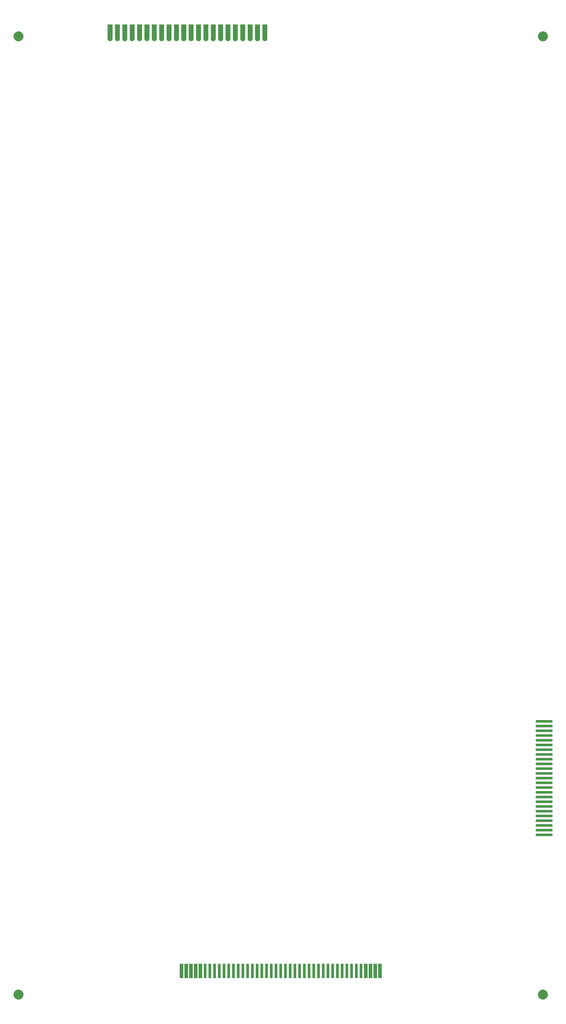
<source format=gbr>
G04 #@! TF.GenerationSoftware,KiCad,Pcbnew,(5.1.5)-3*
G04 #@! TF.CreationDate,2021-05-26T21:19:59-06:00*
G04 #@! TF.ProjectId,star_wars_arcade_main_pcb,73746172-5f77-4617-9273-5f6172636164,rev?*
G04 #@! TF.SameCoordinates,Original*
G04 #@! TF.FileFunction,Soldermask,Top*
G04 #@! TF.FilePolarity,Negative*
%FSLAX46Y46*%
G04 Gerber Fmt 4.6, Leading zero omitted, Abs format (unit mm)*
G04 Created by KiCad (PCBNEW (5.1.5)-3) date 2021-05-26 21:19:59*
%MOMM*%
%LPD*%
G04 APERTURE LIST*
%ADD10C,0.100000*%
G04 APERTURE END LIST*
D10*
G36*
X311924288Y-551167510D02*
G01*
X312407376Y-551367612D01*
X312407377Y-551367613D01*
X312842145Y-551658115D01*
X313211885Y-552027855D01*
X313405992Y-552318358D01*
X313502388Y-552462624D01*
X313702490Y-552945712D01*
X313804500Y-553458553D01*
X313804500Y-553981447D01*
X313702490Y-554494288D01*
X313502388Y-554977376D01*
X313502387Y-554977377D01*
X313211885Y-555412145D01*
X312842145Y-555781885D01*
X312551642Y-555975992D01*
X312407376Y-556072388D01*
X311924288Y-556272490D01*
X311411447Y-556374500D01*
X310888553Y-556374500D01*
X310375712Y-556272490D01*
X309892624Y-556072388D01*
X309748358Y-555975992D01*
X309457855Y-555781885D01*
X309088115Y-555412145D01*
X308797613Y-554977377D01*
X308797612Y-554977376D01*
X308597510Y-554494288D01*
X308495500Y-553981447D01*
X308495500Y-553458553D01*
X308597510Y-552945712D01*
X308797612Y-552462624D01*
X308894008Y-552318358D01*
X309088115Y-552027855D01*
X309457855Y-551658115D01*
X309892623Y-551367613D01*
X309892624Y-551367612D01*
X310375712Y-551167510D01*
X310888553Y-551065500D01*
X311411447Y-551065500D01*
X311924288Y-551167510D01*
G37*
G36*
X29984288Y-551167510D02*
G01*
X30467376Y-551367612D01*
X30467377Y-551367613D01*
X30902145Y-551658115D01*
X31271885Y-552027855D01*
X31465992Y-552318358D01*
X31562388Y-552462624D01*
X31762490Y-552945712D01*
X31864500Y-553458553D01*
X31864500Y-553981447D01*
X31762490Y-554494288D01*
X31562388Y-554977376D01*
X31562387Y-554977377D01*
X31271885Y-555412145D01*
X30902145Y-555781885D01*
X30611642Y-555975992D01*
X30467376Y-556072388D01*
X29984288Y-556272490D01*
X29471447Y-556374500D01*
X28948553Y-556374500D01*
X28435712Y-556272490D01*
X27952624Y-556072388D01*
X27808358Y-555975992D01*
X27517855Y-555781885D01*
X27148115Y-555412145D01*
X26857613Y-554977377D01*
X26857612Y-554977376D01*
X26657510Y-554494288D01*
X26555500Y-553981447D01*
X26555500Y-553458553D01*
X26657510Y-552945712D01*
X26857612Y-552462624D01*
X26954008Y-552318358D01*
X27148115Y-552027855D01*
X27517855Y-551658115D01*
X27952623Y-551367613D01*
X27952624Y-551367612D01*
X28435712Y-551167510D01*
X28948553Y-551065500D01*
X29471447Y-551065500D01*
X29984288Y-551167510D01*
G37*
G36*
X145466000Y-544881000D02*
G01*
X144094000Y-544881000D01*
X144094000Y-537159000D01*
X145466000Y-537159000D01*
X145466000Y-544881000D01*
G37*
G36*
X148006000Y-544881000D02*
G01*
X146634000Y-544881000D01*
X146634000Y-537159000D01*
X148006000Y-537159000D01*
X148006000Y-544881000D01*
G37*
G36*
X122860000Y-544881000D02*
G01*
X120980000Y-544881000D01*
X120980000Y-537159000D01*
X122860000Y-537159000D01*
X122860000Y-544881000D01*
G37*
G36*
X125400000Y-544881000D02*
G01*
X123520000Y-544881000D01*
X123520000Y-537159000D01*
X125400000Y-537159000D01*
X125400000Y-544881000D01*
G37*
G36*
X127940000Y-544881000D02*
G01*
X126060000Y-544881000D01*
X126060000Y-537159000D01*
X127940000Y-537159000D01*
X127940000Y-544881000D01*
G37*
G36*
X130226000Y-544881000D02*
G01*
X128854000Y-544881000D01*
X128854000Y-537159000D01*
X130226000Y-537159000D01*
X130226000Y-544881000D01*
G37*
G36*
X132766000Y-544881000D02*
G01*
X131394000Y-544881000D01*
X131394000Y-537159000D01*
X132766000Y-537159000D01*
X132766000Y-544881000D01*
G37*
G36*
X135306000Y-544881000D02*
G01*
X133934000Y-544881000D01*
X133934000Y-537159000D01*
X135306000Y-537159000D01*
X135306000Y-544881000D01*
G37*
G36*
X137846000Y-544881000D02*
G01*
X136474000Y-544881000D01*
X136474000Y-537159000D01*
X137846000Y-537159000D01*
X137846000Y-544881000D01*
G37*
G36*
X140386000Y-544881000D02*
G01*
X139014000Y-544881000D01*
X139014000Y-537159000D01*
X140386000Y-537159000D01*
X140386000Y-544881000D01*
G37*
G36*
X142926000Y-544881000D02*
G01*
X141554000Y-544881000D01*
X141554000Y-537159000D01*
X142926000Y-537159000D01*
X142926000Y-544881000D01*
G37*
G36*
X178486000Y-544881000D02*
G01*
X177114000Y-544881000D01*
X177114000Y-537159000D01*
X178486000Y-537159000D01*
X178486000Y-544881000D01*
G37*
G36*
X173406000Y-544881000D02*
G01*
X172034000Y-544881000D01*
X172034000Y-537159000D01*
X173406000Y-537159000D01*
X173406000Y-544881000D01*
G37*
G36*
X150546000Y-544881000D02*
G01*
X149174000Y-544881000D01*
X149174000Y-537159000D01*
X150546000Y-537159000D01*
X150546000Y-544881000D01*
G37*
G36*
X153086000Y-544881000D02*
G01*
X151714000Y-544881000D01*
X151714000Y-537159000D01*
X153086000Y-537159000D01*
X153086000Y-544881000D01*
G37*
G36*
X155626000Y-544881000D02*
G01*
X154254000Y-544881000D01*
X154254000Y-537159000D01*
X155626000Y-537159000D01*
X155626000Y-544881000D01*
G37*
G36*
X158166000Y-544881000D02*
G01*
X156794000Y-544881000D01*
X156794000Y-537159000D01*
X158166000Y-537159000D01*
X158166000Y-544881000D01*
G37*
G36*
X160706000Y-544881000D02*
G01*
X159334000Y-544881000D01*
X159334000Y-537159000D01*
X160706000Y-537159000D01*
X160706000Y-544881000D01*
G37*
G36*
X163246000Y-544881000D02*
G01*
X161874000Y-544881000D01*
X161874000Y-537159000D01*
X163246000Y-537159000D01*
X163246000Y-544881000D01*
G37*
G36*
X165786000Y-544881000D02*
G01*
X164414000Y-544881000D01*
X164414000Y-537159000D01*
X165786000Y-537159000D01*
X165786000Y-544881000D01*
G37*
G36*
X168326000Y-544881000D02*
G01*
X166954000Y-544881000D01*
X166954000Y-537159000D01*
X168326000Y-537159000D01*
X168326000Y-544881000D01*
G37*
G36*
X170866000Y-544881000D02*
G01*
X169494000Y-544881000D01*
X169494000Y-537159000D01*
X170866000Y-537159000D01*
X170866000Y-544881000D01*
G37*
G36*
X117780000Y-544881000D02*
G01*
X115900000Y-544881000D01*
X115900000Y-537159000D01*
X117780000Y-537159000D01*
X117780000Y-544881000D01*
G37*
G36*
X183566000Y-544881000D02*
G01*
X182194000Y-544881000D01*
X182194000Y-537159000D01*
X183566000Y-537159000D01*
X183566000Y-544881000D01*
G37*
G36*
X206426000Y-544881000D02*
G01*
X205054000Y-544881000D01*
X205054000Y-537159000D01*
X206426000Y-537159000D01*
X206426000Y-544881000D01*
G37*
G36*
X203886000Y-544881000D02*
G01*
X202514000Y-544881000D01*
X202514000Y-537159000D01*
X203886000Y-537159000D01*
X203886000Y-544881000D01*
G37*
G36*
X201346000Y-544881000D02*
G01*
X199974000Y-544881000D01*
X199974000Y-537159000D01*
X201346000Y-537159000D01*
X201346000Y-544881000D01*
G37*
G36*
X198806000Y-544881000D02*
G01*
X197434000Y-544881000D01*
X197434000Y-537159000D01*
X198806000Y-537159000D01*
X198806000Y-544881000D01*
G37*
G36*
X196266000Y-544881000D02*
G01*
X194894000Y-544881000D01*
X194894000Y-537159000D01*
X196266000Y-537159000D01*
X196266000Y-544881000D01*
G37*
G36*
X193726000Y-544881000D02*
G01*
X192354000Y-544881000D01*
X192354000Y-537159000D01*
X193726000Y-537159000D01*
X193726000Y-544881000D01*
G37*
G36*
X191186000Y-544881000D02*
G01*
X189814000Y-544881000D01*
X189814000Y-537159000D01*
X191186000Y-537159000D01*
X191186000Y-544881000D01*
G37*
G36*
X188646000Y-544881000D02*
G01*
X187274000Y-544881000D01*
X187274000Y-537159000D01*
X188646000Y-537159000D01*
X188646000Y-544881000D01*
G37*
G36*
X186106000Y-544881000D02*
G01*
X184734000Y-544881000D01*
X184734000Y-537159000D01*
X186106000Y-537159000D01*
X186106000Y-544881000D01*
G37*
G36*
X175946000Y-544881000D02*
G01*
X174574000Y-544881000D01*
X174574000Y-537159000D01*
X175946000Y-537159000D01*
X175946000Y-544881000D01*
G37*
G36*
X181026000Y-544881000D02*
G01*
X179654000Y-544881000D01*
X179654000Y-537159000D01*
X181026000Y-537159000D01*
X181026000Y-544881000D01*
G37*
G36*
X208966000Y-544881000D02*
G01*
X207594000Y-544881000D01*
X207594000Y-537159000D01*
X208966000Y-537159000D01*
X208966000Y-544881000D01*
G37*
G36*
X211506000Y-544881000D02*
G01*
X210134000Y-544881000D01*
X210134000Y-537159000D01*
X211506000Y-537159000D01*
X211506000Y-544881000D01*
G37*
G36*
X214046000Y-544881000D02*
G01*
X212674000Y-544881000D01*
X212674000Y-537159000D01*
X214046000Y-537159000D01*
X214046000Y-544881000D01*
G37*
G36*
X216840000Y-544881000D02*
G01*
X214960000Y-544881000D01*
X214960000Y-537159000D01*
X216840000Y-537159000D01*
X216840000Y-544881000D01*
G37*
G36*
X219380000Y-544881000D02*
G01*
X217500000Y-544881000D01*
X217500000Y-537159000D01*
X219380000Y-537159000D01*
X219380000Y-544881000D01*
G37*
G36*
X221920000Y-544881000D02*
G01*
X220040000Y-544881000D01*
X220040000Y-537159000D01*
X221920000Y-537159000D01*
X221920000Y-544881000D01*
G37*
G36*
X224460000Y-544881000D02*
G01*
X222580000Y-544881000D01*
X222580000Y-537159000D01*
X224460000Y-537159000D01*
X224460000Y-544881000D01*
G37*
G36*
X120320000Y-544881000D02*
G01*
X118440000Y-544881000D01*
X118440000Y-537159000D01*
X120320000Y-537159000D01*
X120320000Y-544881000D01*
G37*
G36*
X316281000Y-468681000D02*
G01*
X307289000Y-468681000D01*
X307289000Y-467309000D01*
X316281000Y-467309000D01*
X316281000Y-468681000D01*
G37*
G36*
X316281000Y-466141000D02*
G01*
X307289000Y-466141000D01*
X307289000Y-464769000D01*
X316281000Y-464769000D01*
X316281000Y-466141000D01*
G37*
G36*
X316281000Y-463601000D02*
G01*
X307289000Y-463601000D01*
X307289000Y-462229000D01*
X316281000Y-462229000D01*
X316281000Y-463601000D01*
G37*
G36*
X316281000Y-461061000D02*
G01*
X307289000Y-461061000D01*
X307289000Y-459689000D01*
X316281000Y-459689000D01*
X316281000Y-461061000D01*
G37*
G36*
X316281000Y-458521000D02*
G01*
X307289000Y-458521000D01*
X307289000Y-457149000D01*
X316281000Y-457149000D01*
X316281000Y-458521000D01*
G37*
G36*
X316281000Y-455981000D02*
G01*
X307289000Y-455981000D01*
X307289000Y-454609000D01*
X316281000Y-454609000D01*
X316281000Y-455981000D01*
G37*
G36*
X316281000Y-453441000D02*
G01*
X307289000Y-453441000D01*
X307289000Y-452069000D01*
X316281000Y-452069000D01*
X316281000Y-453441000D01*
G37*
G36*
X316281000Y-450901000D02*
G01*
X307289000Y-450901000D01*
X307289000Y-449529000D01*
X316281000Y-449529000D01*
X316281000Y-450901000D01*
G37*
G36*
X316281000Y-448361000D02*
G01*
X307289000Y-448361000D01*
X307289000Y-446989000D01*
X316281000Y-446989000D01*
X316281000Y-448361000D01*
G37*
G36*
X316281000Y-445821000D02*
G01*
X307289000Y-445821000D01*
X307289000Y-444449000D01*
X316281000Y-444449000D01*
X316281000Y-445821000D01*
G37*
G36*
X316281000Y-443281000D02*
G01*
X307289000Y-443281000D01*
X307289000Y-441909000D01*
X316281000Y-441909000D01*
X316281000Y-443281000D01*
G37*
G36*
X316281000Y-440741000D02*
G01*
X307289000Y-440741000D01*
X307289000Y-439369000D01*
X316281000Y-439369000D01*
X316281000Y-440741000D01*
G37*
G36*
X316281000Y-438201000D02*
G01*
X307289000Y-438201000D01*
X307289000Y-436829000D01*
X316281000Y-436829000D01*
X316281000Y-438201000D01*
G37*
G36*
X316281000Y-435661000D02*
G01*
X307289000Y-435661000D01*
X307289000Y-434289000D01*
X316281000Y-434289000D01*
X316281000Y-435661000D01*
G37*
G36*
X316281000Y-433121000D02*
G01*
X307289000Y-433121000D01*
X307289000Y-431749000D01*
X316281000Y-431749000D01*
X316281000Y-433121000D01*
G37*
G36*
X316281000Y-430581000D02*
G01*
X307289000Y-430581000D01*
X307289000Y-429209000D01*
X316281000Y-429209000D01*
X316281000Y-430581000D01*
G37*
G36*
X316281000Y-428041000D02*
G01*
X307289000Y-428041000D01*
X307289000Y-426669000D01*
X316281000Y-426669000D01*
X316281000Y-428041000D01*
G37*
G36*
X316281000Y-425501000D02*
G01*
X307289000Y-425501000D01*
X307289000Y-424129000D01*
X316281000Y-424129000D01*
X316281000Y-425501000D01*
G37*
G36*
X316281000Y-422961000D02*
G01*
X307289000Y-422961000D01*
X307289000Y-421589000D01*
X316281000Y-421589000D01*
X316281000Y-422961000D01*
G37*
G36*
X316281000Y-420421000D02*
G01*
X307289000Y-420421000D01*
X307289000Y-419049000D01*
X316281000Y-419049000D01*
X316281000Y-420421000D01*
G37*
G36*
X316281000Y-417881000D02*
G01*
X307289000Y-417881000D01*
X307289000Y-416509000D01*
X316281000Y-416509000D01*
X316281000Y-417881000D01*
G37*
G36*
X316281000Y-415341000D02*
G01*
X307289000Y-415341000D01*
X307289000Y-413969000D01*
X316281000Y-413969000D01*
X316281000Y-415341000D01*
G37*
G36*
X316281000Y-412801000D02*
G01*
X307289000Y-412801000D01*
X307289000Y-411429000D01*
X316281000Y-411429000D01*
X316281000Y-412801000D01*
G37*
G36*
X316281000Y-410261000D02*
G01*
X307289000Y-410261000D01*
X307289000Y-408889000D01*
X316281000Y-408889000D01*
X316281000Y-410261000D01*
G37*
G36*
X316281000Y-407721000D02*
G01*
X307289000Y-407721000D01*
X307289000Y-406349000D01*
X316281000Y-406349000D01*
X316281000Y-407721000D01*
G37*
G36*
X29984288Y-36817510D02*
G01*
X30467376Y-37017612D01*
X30467377Y-37017613D01*
X30902145Y-37308115D01*
X31271885Y-37677855D01*
X31465992Y-37968358D01*
X31562388Y-38112624D01*
X31762490Y-38595712D01*
X31864500Y-39108553D01*
X31864500Y-39631447D01*
X31762490Y-40144288D01*
X31562388Y-40627376D01*
X31562387Y-40627377D01*
X31271885Y-41062145D01*
X30902145Y-41431885D01*
X30611642Y-41625992D01*
X30467376Y-41722388D01*
X29984288Y-41922490D01*
X29471447Y-42024500D01*
X28948553Y-42024500D01*
X28435712Y-41922490D01*
X27952624Y-41722388D01*
X27808358Y-41625992D01*
X27517855Y-41431885D01*
X27148115Y-41062145D01*
X26857613Y-40627377D01*
X26857612Y-40627376D01*
X26657510Y-40144288D01*
X26555500Y-39631447D01*
X26555500Y-39108553D01*
X26657510Y-38595712D01*
X26857612Y-38112624D01*
X26954008Y-37968358D01*
X27148115Y-37677855D01*
X27517855Y-37308115D01*
X27952623Y-37017613D01*
X27952624Y-37017612D01*
X28435712Y-36817510D01*
X28948553Y-36715500D01*
X29471447Y-36715500D01*
X29984288Y-36817510D01*
G37*
G36*
X311924288Y-36817510D02*
G01*
X312407376Y-37017612D01*
X312407377Y-37017613D01*
X312842145Y-37308115D01*
X313211885Y-37677855D01*
X313405992Y-37968358D01*
X313502388Y-38112624D01*
X313702490Y-38595712D01*
X313804500Y-39108553D01*
X313804500Y-39631447D01*
X313702490Y-40144288D01*
X313502388Y-40627376D01*
X313502387Y-40627377D01*
X313211885Y-41062145D01*
X312842145Y-41431885D01*
X312551642Y-41625992D01*
X312407376Y-41722388D01*
X311924288Y-41922490D01*
X311411447Y-42024500D01*
X310888553Y-42024500D01*
X310375712Y-41922490D01*
X309892624Y-41722388D01*
X309748358Y-41625992D01*
X309457855Y-41431885D01*
X309088115Y-41062145D01*
X308797613Y-40627377D01*
X308797612Y-40627376D01*
X308597510Y-40144288D01*
X308495500Y-39631447D01*
X308495500Y-39108553D01*
X308597510Y-38595712D01*
X308797612Y-38112624D01*
X308894008Y-37968358D01*
X309088115Y-37677855D01*
X309457855Y-37308115D01*
X309892623Y-37017613D01*
X309892624Y-37017612D01*
X310375712Y-36817510D01*
X310888553Y-36715500D01*
X311411447Y-36715500D01*
X311924288Y-36817510D01*
G37*
G36*
X131267400Y-40777510D02*
G01*
X131263123Y-40791611D01*
X131216635Y-41025322D01*
X131201382Y-41062145D01*
X131117056Y-41265727D01*
X131117055Y-41265728D01*
X130972488Y-41482089D01*
X130788489Y-41666088D01*
X130643921Y-41762685D01*
X130572127Y-41810656D01*
X130472548Y-41851903D01*
X130331722Y-41910235D01*
X130204115Y-41935617D01*
X130076509Y-41961000D01*
X129816291Y-41961000D01*
X129688685Y-41935617D01*
X129561078Y-41910235D01*
X129420252Y-41851903D01*
X129320673Y-41810656D01*
X129248879Y-41762685D01*
X129104311Y-41666088D01*
X128920312Y-41482089D01*
X128775745Y-41265728D01*
X128775744Y-41265727D01*
X128691418Y-41062145D01*
X128676165Y-41025322D01*
X128629677Y-40791611D01*
X128625400Y-40777510D01*
X128625400Y-32969000D01*
X131267400Y-32969000D01*
X131267400Y-40777510D01*
G37*
G36*
X119380200Y-40777510D02*
G01*
X119375923Y-40791611D01*
X119329435Y-41025322D01*
X119314182Y-41062145D01*
X119229856Y-41265727D01*
X119229855Y-41265728D01*
X119085288Y-41482089D01*
X118901289Y-41666088D01*
X118756721Y-41762685D01*
X118684927Y-41810656D01*
X118585348Y-41851903D01*
X118444522Y-41910235D01*
X118316915Y-41935617D01*
X118189309Y-41961000D01*
X117929091Y-41961000D01*
X117801485Y-41935617D01*
X117673878Y-41910235D01*
X117533052Y-41851903D01*
X117433473Y-41810656D01*
X117361679Y-41762685D01*
X117217111Y-41666088D01*
X117033112Y-41482089D01*
X116888545Y-41265728D01*
X116888544Y-41265727D01*
X116804218Y-41062145D01*
X116788965Y-41025322D01*
X116742477Y-40791611D01*
X116738200Y-40777510D01*
X116738200Y-32969000D01*
X119380200Y-32969000D01*
X119380200Y-40777510D01*
G37*
G36*
X143154600Y-40777510D02*
G01*
X143150323Y-40791611D01*
X143103835Y-41025322D01*
X143088582Y-41062145D01*
X143004256Y-41265727D01*
X143004255Y-41265728D01*
X142859688Y-41482089D01*
X142675689Y-41666088D01*
X142531121Y-41762685D01*
X142459327Y-41810656D01*
X142359748Y-41851903D01*
X142218922Y-41910235D01*
X142091315Y-41935617D01*
X141963709Y-41961000D01*
X141703491Y-41961000D01*
X141575885Y-41935617D01*
X141448278Y-41910235D01*
X141307452Y-41851903D01*
X141207873Y-41810656D01*
X141136079Y-41762685D01*
X140991511Y-41666088D01*
X140807512Y-41482089D01*
X140662945Y-41265728D01*
X140662944Y-41265727D01*
X140578618Y-41062145D01*
X140563365Y-41025322D01*
X140516877Y-40791611D01*
X140512600Y-40777510D01*
X140512600Y-32969000D01*
X143154600Y-32969000D01*
X143154600Y-40777510D01*
G37*
G36*
X151079400Y-40777510D02*
G01*
X151075123Y-40791611D01*
X151028635Y-41025322D01*
X151013382Y-41062145D01*
X150929056Y-41265727D01*
X150929055Y-41265728D01*
X150784488Y-41482089D01*
X150600489Y-41666088D01*
X150455921Y-41762685D01*
X150384127Y-41810656D01*
X150284548Y-41851903D01*
X150143722Y-41910235D01*
X150016115Y-41935617D01*
X149888509Y-41961000D01*
X149628291Y-41961000D01*
X149500685Y-41935617D01*
X149373078Y-41910235D01*
X149232252Y-41851903D01*
X149132673Y-41810656D01*
X149060879Y-41762685D01*
X148916311Y-41666088D01*
X148732312Y-41482089D01*
X148587745Y-41265728D01*
X148587744Y-41265727D01*
X148503418Y-41062145D01*
X148488165Y-41025322D01*
X148441677Y-40791611D01*
X148437400Y-40777510D01*
X148437400Y-32969000D01*
X151079400Y-32969000D01*
X151079400Y-40777510D01*
G37*
G36*
X147117000Y-40777510D02*
G01*
X147112723Y-40791611D01*
X147066235Y-41025322D01*
X147050982Y-41062145D01*
X146966656Y-41265727D01*
X146966655Y-41265728D01*
X146822088Y-41482089D01*
X146638089Y-41666088D01*
X146493521Y-41762685D01*
X146421727Y-41810656D01*
X146322148Y-41851903D01*
X146181322Y-41910235D01*
X146053715Y-41935617D01*
X145926109Y-41961000D01*
X145665891Y-41961000D01*
X145538285Y-41935617D01*
X145410678Y-41910235D01*
X145269852Y-41851903D01*
X145170273Y-41810656D01*
X145098479Y-41762685D01*
X144953911Y-41666088D01*
X144769912Y-41482089D01*
X144625345Y-41265728D01*
X144625344Y-41265727D01*
X144541018Y-41062145D01*
X144525765Y-41025322D01*
X144479277Y-40791611D01*
X144475000Y-40777510D01*
X144475000Y-32969000D01*
X147117000Y-32969000D01*
X147117000Y-40777510D01*
G37*
G36*
X162966600Y-40777510D02*
G01*
X162962323Y-40791611D01*
X162915835Y-41025322D01*
X162900582Y-41062145D01*
X162816256Y-41265727D01*
X162816255Y-41265728D01*
X162671688Y-41482089D01*
X162487689Y-41666088D01*
X162343121Y-41762685D01*
X162271327Y-41810656D01*
X162171748Y-41851903D01*
X162030922Y-41910235D01*
X161903315Y-41935617D01*
X161775709Y-41961000D01*
X161515491Y-41961000D01*
X161387885Y-41935617D01*
X161260278Y-41910235D01*
X161119452Y-41851903D01*
X161019873Y-41810656D01*
X160948079Y-41762685D01*
X160803511Y-41666088D01*
X160619512Y-41482089D01*
X160474945Y-41265728D01*
X160474944Y-41265727D01*
X160390618Y-41062145D01*
X160375365Y-41025322D01*
X160328877Y-40791611D01*
X160324600Y-40777510D01*
X160324600Y-32969000D01*
X162966600Y-32969000D01*
X162966600Y-40777510D01*
G37*
G36*
X139192200Y-40777510D02*
G01*
X139187923Y-40791611D01*
X139141435Y-41025322D01*
X139126182Y-41062145D01*
X139041856Y-41265727D01*
X139041855Y-41265728D01*
X138897288Y-41482089D01*
X138713289Y-41666088D01*
X138568721Y-41762685D01*
X138496927Y-41810656D01*
X138397348Y-41851903D01*
X138256522Y-41910235D01*
X138128915Y-41935617D01*
X138001309Y-41961000D01*
X137741091Y-41961000D01*
X137613485Y-41935617D01*
X137485878Y-41910235D01*
X137345052Y-41851903D01*
X137245473Y-41810656D01*
X137173679Y-41762685D01*
X137029111Y-41666088D01*
X136845112Y-41482089D01*
X136700545Y-41265728D01*
X136700544Y-41265727D01*
X136616218Y-41062145D01*
X136600965Y-41025322D01*
X136554477Y-40791611D01*
X136550200Y-40777510D01*
X136550200Y-32969000D01*
X139192200Y-32969000D01*
X139192200Y-40777510D01*
G37*
G36*
X155041800Y-40777510D02*
G01*
X155037523Y-40791611D01*
X154991035Y-41025322D01*
X154975782Y-41062145D01*
X154891456Y-41265727D01*
X154891455Y-41265728D01*
X154746888Y-41482089D01*
X154562889Y-41666088D01*
X154418321Y-41762685D01*
X154346527Y-41810656D01*
X154246948Y-41851903D01*
X154106122Y-41910235D01*
X153978515Y-41935617D01*
X153850909Y-41961000D01*
X153590691Y-41961000D01*
X153463085Y-41935617D01*
X153335478Y-41910235D01*
X153194652Y-41851903D01*
X153095073Y-41810656D01*
X153023279Y-41762685D01*
X152878711Y-41666088D01*
X152694712Y-41482089D01*
X152550145Y-41265728D01*
X152550144Y-41265727D01*
X152465818Y-41062145D01*
X152450565Y-41025322D01*
X152404077Y-40791611D01*
X152399800Y-40777510D01*
X152399800Y-32969000D01*
X155041800Y-32969000D01*
X155041800Y-40777510D01*
G37*
G36*
X159004200Y-40777510D02*
G01*
X158999923Y-40791611D01*
X158953435Y-41025322D01*
X158938182Y-41062145D01*
X158853856Y-41265727D01*
X158853855Y-41265728D01*
X158709288Y-41482089D01*
X158525289Y-41666088D01*
X158380721Y-41762685D01*
X158308927Y-41810656D01*
X158209348Y-41851903D01*
X158068522Y-41910235D01*
X157940915Y-41935617D01*
X157813309Y-41961000D01*
X157553091Y-41961000D01*
X157425485Y-41935617D01*
X157297878Y-41910235D01*
X157157052Y-41851903D01*
X157057473Y-41810656D01*
X156985679Y-41762685D01*
X156841111Y-41666088D01*
X156657112Y-41482089D01*
X156512545Y-41265728D01*
X156512544Y-41265727D01*
X156428218Y-41062145D01*
X156412965Y-41025322D01*
X156366477Y-40791611D01*
X156362200Y-40777510D01*
X156362200Y-32969000D01*
X159004200Y-32969000D01*
X159004200Y-40777510D01*
G37*
G36*
X123342600Y-40777510D02*
G01*
X123338323Y-40791611D01*
X123291835Y-41025322D01*
X123276582Y-41062145D01*
X123192256Y-41265727D01*
X123192255Y-41265728D01*
X123047688Y-41482089D01*
X122863689Y-41666088D01*
X122719121Y-41762685D01*
X122647327Y-41810656D01*
X122547748Y-41851903D01*
X122406922Y-41910235D01*
X122279315Y-41935617D01*
X122151709Y-41961000D01*
X121891491Y-41961000D01*
X121763885Y-41935617D01*
X121636278Y-41910235D01*
X121495452Y-41851903D01*
X121395873Y-41810656D01*
X121324079Y-41762685D01*
X121179511Y-41666088D01*
X120995512Y-41482089D01*
X120850945Y-41265728D01*
X120850944Y-41265727D01*
X120766618Y-41062145D01*
X120751365Y-41025322D01*
X120704877Y-40791611D01*
X120700600Y-40777510D01*
X120700600Y-32969000D01*
X123342600Y-32969000D01*
X123342600Y-40777510D01*
G37*
G36*
X135229800Y-40777510D02*
G01*
X135225523Y-40791611D01*
X135179035Y-41025322D01*
X135163782Y-41062145D01*
X135079456Y-41265727D01*
X135079455Y-41265728D01*
X134934888Y-41482089D01*
X134750889Y-41666088D01*
X134606321Y-41762685D01*
X134534527Y-41810656D01*
X134434948Y-41851903D01*
X134294122Y-41910235D01*
X134166515Y-41935617D01*
X134038909Y-41961000D01*
X133778691Y-41961000D01*
X133651085Y-41935617D01*
X133523478Y-41910235D01*
X133382652Y-41851903D01*
X133283073Y-41810656D01*
X133211279Y-41762685D01*
X133066711Y-41666088D01*
X132882712Y-41482089D01*
X132738145Y-41265728D01*
X132738144Y-41265727D01*
X132653818Y-41062145D01*
X132638565Y-41025322D01*
X132592077Y-40791611D01*
X132587800Y-40777510D01*
X132587800Y-32969000D01*
X135229800Y-32969000D01*
X135229800Y-40777510D01*
G37*
G36*
X111455400Y-40777510D02*
G01*
X111451123Y-40791611D01*
X111404635Y-41025322D01*
X111389382Y-41062145D01*
X111305056Y-41265727D01*
X111305055Y-41265728D01*
X111160488Y-41482089D01*
X110976489Y-41666088D01*
X110831921Y-41762685D01*
X110760127Y-41810656D01*
X110660548Y-41851903D01*
X110519722Y-41910235D01*
X110392115Y-41935617D01*
X110264509Y-41961000D01*
X110004291Y-41961000D01*
X109876685Y-41935617D01*
X109749078Y-41910235D01*
X109608252Y-41851903D01*
X109508673Y-41810656D01*
X109436879Y-41762685D01*
X109292311Y-41666088D01*
X109108312Y-41482089D01*
X108963745Y-41265728D01*
X108963744Y-41265727D01*
X108879418Y-41062145D01*
X108864165Y-41025322D01*
X108817677Y-40791611D01*
X108813400Y-40777510D01*
X108813400Y-32969000D01*
X111455400Y-32969000D01*
X111455400Y-40777510D01*
G37*
G36*
X107493000Y-40777510D02*
G01*
X107488723Y-40791611D01*
X107442235Y-41025322D01*
X107426982Y-41062145D01*
X107342656Y-41265727D01*
X107342655Y-41265728D01*
X107198088Y-41482089D01*
X107014089Y-41666088D01*
X106869521Y-41762685D01*
X106797727Y-41810656D01*
X106698148Y-41851903D01*
X106557322Y-41910235D01*
X106429715Y-41935617D01*
X106302109Y-41961000D01*
X106041891Y-41961000D01*
X105914285Y-41935617D01*
X105786678Y-41910235D01*
X105645852Y-41851903D01*
X105546273Y-41810656D01*
X105474479Y-41762685D01*
X105329911Y-41666088D01*
X105145912Y-41482089D01*
X105001345Y-41265728D01*
X105001344Y-41265727D01*
X104917018Y-41062145D01*
X104901765Y-41025322D01*
X104855277Y-40791611D01*
X104851000Y-40777510D01*
X104851000Y-32969000D01*
X107493000Y-32969000D01*
X107493000Y-40777510D01*
G37*
G36*
X99568200Y-40777510D02*
G01*
X99563923Y-40791611D01*
X99517435Y-41025322D01*
X99502182Y-41062145D01*
X99417856Y-41265727D01*
X99417855Y-41265728D01*
X99273288Y-41482089D01*
X99089289Y-41666088D01*
X98944721Y-41762685D01*
X98872927Y-41810656D01*
X98773348Y-41851903D01*
X98632522Y-41910235D01*
X98504915Y-41935617D01*
X98377309Y-41961000D01*
X98117091Y-41961000D01*
X97989485Y-41935617D01*
X97861878Y-41910235D01*
X97721052Y-41851903D01*
X97621473Y-41810656D01*
X97549679Y-41762685D01*
X97405111Y-41666088D01*
X97221112Y-41482089D01*
X97076545Y-41265728D01*
X97076544Y-41265727D01*
X96992218Y-41062145D01*
X96976965Y-41025322D01*
X96930477Y-40791611D01*
X96926200Y-40777510D01*
X96926200Y-32969000D01*
X99568200Y-32969000D01*
X99568200Y-40777510D01*
G37*
G36*
X95605800Y-40777510D02*
G01*
X95601523Y-40791611D01*
X95555035Y-41025322D01*
X95539782Y-41062145D01*
X95455456Y-41265727D01*
X95455455Y-41265728D01*
X95310888Y-41482089D01*
X95126889Y-41666088D01*
X94982321Y-41762685D01*
X94910527Y-41810656D01*
X94810948Y-41851903D01*
X94670122Y-41910235D01*
X94542515Y-41935617D01*
X94414909Y-41961000D01*
X94154691Y-41961000D01*
X94027085Y-41935617D01*
X93899478Y-41910235D01*
X93758652Y-41851903D01*
X93659073Y-41810656D01*
X93587279Y-41762685D01*
X93442711Y-41666088D01*
X93258712Y-41482089D01*
X93114145Y-41265728D01*
X93114144Y-41265727D01*
X93029818Y-41062145D01*
X93014565Y-41025322D01*
X92968077Y-40791611D01*
X92963800Y-40777510D01*
X92963800Y-32969000D01*
X95605800Y-32969000D01*
X95605800Y-40777510D01*
G37*
G36*
X79756200Y-40777510D02*
G01*
X79751923Y-40791611D01*
X79705435Y-41025322D01*
X79690182Y-41062145D01*
X79605856Y-41265727D01*
X79605855Y-41265728D01*
X79461288Y-41482089D01*
X79277289Y-41666088D01*
X79132721Y-41762685D01*
X79060927Y-41810656D01*
X78961348Y-41851903D01*
X78820522Y-41910235D01*
X78692915Y-41935617D01*
X78565309Y-41961000D01*
X78305091Y-41961000D01*
X78177485Y-41935617D01*
X78049878Y-41910235D01*
X77909052Y-41851903D01*
X77809473Y-41810656D01*
X77737679Y-41762685D01*
X77593111Y-41666088D01*
X77409112Y-41482089D01*
X77264545Y-41265728D01*
X77264544Y-41265727D01*
X77180218Y-41062145D01*
X77164965Y-41025322D01*
X77118477Y-40791611D01*
X77114200Y-40777510D01*
X77114200Y-32969000D01*
X79756200Y-32969000D01*
X79756200Y-40777510D01*
G37*
G36*
X103530600Y-40777510D02*
G01*
X103526323Y-40791611D01*
X103479835Y-41025322D01*
X103464582Y-41062145D01*
X103380256Y-41265727D01*
X103380255Y-41265728D01*
X103235688Y-41482089D01*
X103051689Y-41666088D01*
X102907121Y-41762685D01*
X102835327Y-41810656D01*
X102735748Y-41851903D01*
X102594922Y-41910235D01*
X102467315Y-41935617D01*
X102339709Y-41961000D01*
X102079491Y-41961000D01*
X101951885Y-41935617D01*
X101824278Y-41910235D01*
X101683452Y-41851903D01*
X101583873Y-41810656D01*
X101512079Y-41762685D01*
X101367511Y-41666088D01*
X101183512Y-41482089D01*
X101038945Y-41265728D01*
X101038944Y-41265727D01*
X100954618Y-41062145D01*
X100939365Y-41025322D01*
X100892877Y-40791611D01*
X100888600Y-40777510D01*
X100888600Y-32969000D01*
X103530600Y-32969000D01*
X103530600Y-40777510D01*
G37*
G36*
X87681000Y-40777510D02*
G01*
X87676723Y-40791611D01*
X87630235Y-41025322D01*
X87614982Y-41062145D01*
X87530656Y-41265727D01*
X87530655Y-41265728D01*
X87386088Y-41482089D01*
X87202089Y-41666088D01*
X87057521Y-41762685D01*
X86985727Y-41810656D01*
X86886148Y-41851903D01*
X86745322Y-41910235D01*
X86617715Y-41935617D01*
X86490109Y-41961000D01*
X86229891Y-41961000D01*
X86102285Y-41935617D01*
X85974678Y-41910235D01*
X85833852Y-41851903D01*
X85734273Y-41810656D01*
X85662479Y-41762685D01*
X85517911Y-41666088D01*
X85333912Y-41482089D01*
X85189345Y-41265728D01*
X85189344Y-41265727D01*
X85105018Y-41062145D01*
X85089765Y-41025322D01*
X85043277Y-40791611D01*
X85039000Y-40777510D01*
X85039000Y-32969000D01*
X87681000Y-32969000D01*
X87681000Y-40777510D01*
G37*
G36*
X91643400Y-40777510D02*
G01*
X91639123Y-40791611D01*
X91592635Y-41025322D01*
X91577382Y-41062145D01*
X91493056Y-41265727D01*
X91493055Y-41265728D01*
X91348488Y-41482089D01*
X91164489Y-41666088D01*
X91019921Y-41762685D01*
X90948127Y-41810656D01*
X90848548Y-41851903D01*
X90707722Y-41910235D01*
X90580115Y-41935617D01*
X90452509Y-41961000D01*
X90192291Y-41961000D01*
X90064685Y-41935617D01*
X89937078Y-41910235D01*
X89796252Y-41851903D01*
X89696673Y-41810656D01*
X89624879Y-41762685D01*
X89480311Y-41666088D01*
X89296312Y-41482089D01*
X89151745Y-41265728D01*
X89151744Y-41265727D01*
X89067418Y-41062145D01*
X89052165Y-41025322D01*
X89005677Y-40791611D01*
X89001400Y-40777510D01*
X89001400Y-32969000D01*
X91643400Y-32969000D01*
X91643400Y-40777510D01*
G37*
G36*
X83718600Y-40777510D02*
G01*
X83714323Y-40791611D01*
X83667835Y-41025322D01*
X83652582Y-41062145D01*
X83568256Y-41265727D01*
X83568255Y-41265728D01*
X83423688Y-41482089D01*
X83239689Y-41666088D01*
X83095121Y-41762685D01*
X83023327Y-41810656D01*
X82923748Y-41851903D01*
X82782922Y-41910235D01*
X82655315Y-41935617D01*
X82527709Y-41961000D01*
X82267491Y-41961000D01*
X82139885Y-41935617D01*
X82012278Y-41910235D01*
X81871452Y-41851903D01*
X81771873Y-41810656D01*
X81700079Y-41762685D01*
X81555511Y-41666088D01*
X81371512Y-41482089D01*
X81226945Y-41265728D01*
X81226944Y-41265727D01*
X81142618Y-41062145D01*
X81127365Y-41025322D01*
X81080877Y-40791611D01*
X81076600Y-40777510D01*
X81076600Y-32969000D01*
X83718600Y-32969000D01*
X83718600Y-40777510D01*
G37*
G36*
X115417800Y-40777510D02*
G01*
X115413523Y-40791611D01*
X115367035Y-41025322D01*
X115351782Y-41062145D01*
X115267456Y-41265727D01*
X115267455Y-41265728D01*
X115122888Y-41482089D01*
X114938889Y-41666088D01*
X114794321Y-41762685D01*
X114722527Y-41810656D01*
X114622948Y-41851903D01*
X114482122Y-41910235D01*
X114354515Y-41935617D01*
X114226909Y-41961000D01*
X113966691Y-41961000D01*
X113839085Y-41935617D01*
X113711478Y-41910235D01*
X113570652Y-41851903D01*
X113471073Y-41810656D01*
X113399279Y-41762685D01*
X113254711Y-41666088D01*
X113070712Y-41482089D01*
X112926145Y-41265728D01*
X112926144Y-41265727D01*
X112841818Y-41062145D01*
X112826565Y-41025322D01*
X112780077Y-40791611D01*
X112775800Y-40777510D01*
X112775800Y-32969000D01*
X115417800Y-32969000D01*
X115417800Y-40777510D01*
G37*
G36*
X127305000Y-40777510D02*
G01*
X127300723Y-40791611D01*
X127254235Y-41025322D01*
X127238982Y-41062145D01*
X127154656Y-41265727D01*
X127154655Y-41265728D01*
X127010088Y-41482089D01*
X126826089Y-41666088D01*
X126681521Y-41762685D01*
X126609727Y-41810656D01*
X126510148Y-41851903D01*
X126369322Y-41910235D01*
X126241715Y-41935617D01*
X126114109Y-41961000D01*
X125853891Y-41961000D01*
X125726285Y-41935617D01*
X125598678Y-41910235D01*
X125457852Y-41851903D01*
X125358273Y-41810656D01*
X125286479Y-41762685D01*
X125141911Y-41666088D01*
X124957912Y-41482089D01*
X124813345Y-41265728D01*
X124813344Y-41265727D01*
X124729018Y-41062145D01*
X124713765Y-41025322D01*
X124667277Y-40791611D01*
X124663000Y-40777510D01*
X124663000Y-32969000D01*
X127305000Y-32969000D01*
X127305000Y-40777510D01*
G37*
M02*

</source>
